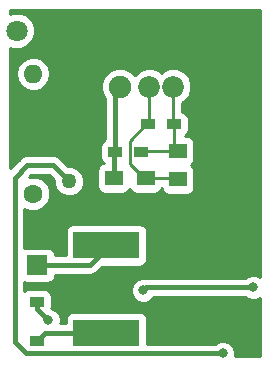
<source format=gbr>
G04 #@! TF.GenerationSoftware,KiCad,Pcbnew,(5.0.0-3-g5ebb6b6)*
G04 #@! TF.CreationDate,2018-09-18T17:23:57-07:00*
G04 #@! TF.ProjectId,phone_charger,70686F6E655F636861726765722E6B69,rev?*
G04 #@! TF.SameCoordinates,Original*
G04 #@! TF.FileFunction,Copper,L2,Bot,Signal*
G04 #@! TF.FilePolarity,Positive*
%FSLAX46Y46*%
G04 Gerber Fmt 4.6, Leading zero omitted, Abs format (unit mm)*
G04 Created by KiCad (PCBNEW (5.0.0-3-g5ebb6b6)) date Tuesday, September 18, 2018 at 05:23:57 PM*
%MOMM*%
%LPD*%
G01*
G04 APERTURE LIST*
G04 #@! TA.AperFunction,ComponentPad*
%ADD10O,1.700000X1.700000*%
G04 #@! TD*
G04 #@! TA.AperFunction,ComponentPad*
%ADD11R,1.700000X1.700000*%
G04 #@! TD*
G04 #@! TA.AperFunction,ComponentPad*
%ADD12C,1.600000*%
G04 #@! TD*
G04 #@! TA.AperFunction,ComponentPad*
%ADD13O,1.600000X1.600000*%
G04 #@! TD*
G04 #@! TA.AperFunction,SMDPad,CuDef*
%ADD14R,1.200000X0.900000*%
G04 #@! TD*
G04 #@! TA.AperFunction,ComponentPad*
%ADD15C,1.900000*%
G04 #@! TD*
G04 #@! TA.AperFunction,ComponentPad*
%ADD16C,1.840000*%
G04 #@! TD*
G04 #@! TA.AperFunction,ComponentPad*
%ADD17C,3.300000*%
G04 #@! TD*
G04 #@! TA.AperFunction,SMDPad,CuDef*
%ADD18R,5.600000X2.300000*%
G04 #@! TD*
G04 #@! TA.AperFunction,ComponentPad*
%ADD19R,1.800000X1.800000*%
G04 #@! TD*
G04 #@! TA.AperFunction,ComponentPad*
%ADD20C,1.800000*%
G04 #@! TD*
G04 #@! TA.AperFunction,SMDPad,CuDef*
%ADD21R,1.500000X1.300000*%
G04 #@! TD*
G04 #@! TA.AperFunction,ViaPad*
%ADD22C,1.270000*%
G04 #@! TD*
G04 #@! TA.AperFunction,ViaPad*
%ADD23C,0.812800*%
G04 #@! TD*
G04 #@! TA.AperFunction,Conductor*
%ADD24C,0.381000*%
G04 #@! TD*
G04 #@! TA.AperFunction,Conductor*
%ADD25C,0.254000*%
G04 #@! TD*
G04 APERTURE END LIST*
D10*
G04 #@! TO.P,J1,2*
G04 #@! TO.N,EPAD*
X90525600Y-73456800D03*
D11*
G04 #@! TO.P,J1,1*
G04 #@! TO.N,Net-(F1-Pad2)*
X90525600Y-75996800D03*
G04 #@! TD*
D12*
G04 #@! TO.P,R1,1*
G04 #@! TO.N,VBUS*
X90170000Y-69951600D03*
D13*
G04 #@! TO.P,R1,2*
G04 #@! TO.N,Net-(D1-Pad2)*
X90170000Y-59791600D03*
G04 #@! TD*
D14*
G04 #@! TO.P,D2,1*
G04 #@! TO.N,/reg_in*
X90474800Y-79097600D03*
G04 #@! TO.P,D2,2*
G04 #@! TO.N,Net-(D2-Pad2)*
X90474800Y-82397600D03*
G04 #@! TD*
D15*
G04 #@! TO.P,J2,4*
G04 #@! TO.N,EPAD*
X104507200Y-60876000D03*
D16*
G04 #@! TO.P,J2,3*
G04 #@! TO.N,/D+*
X102007200Y-60866000D03*
G04 #@! TO.P,J2,2*
G04 #@! TO.N,/D-*
X100007200Y-60891000D03*
D15*
G04 #@! TO.P,J2,1*
G04 #@! TO.N,VBUS*
X97507200Y-60876000D03*
D17*
G04 #@! TO.P,J2,SH*
G04 #@! TO.N,EPAD*
X107577200Y-58166000D03*
X94437200Y-58166000D03*
G04 #@! TD*
D18*
G04 #@! TO.P,F1,1*
G04 #@! TO.N,Net-(D2-Pad2)*
X96367600Y-81720400D03*
G04 #@! TO.P,F1,2*
G04 #@! TO.N,Net-(F1-Pad2)*
X96367600Y-74320400D03*
G04 #@! TD*
D19*
G04 #@! TO.P,D1,1*
G04 #@! TO.N,EPAD*
X91338400Y-56134000D03*
D20*
G04 #@! TO.P,D1,2*
G04 #@! TO.N,Net-(D1-Pad2)*
X88798400Y-56134000D03*
G04 #@! TD*
D14*
G04 #@! TO.P,R7,1*
G04 #@! TO.N,/D-*
X99872800Y-64058800D03*
G04 #@! TO.P,R7,2*
G04 #@! TO.N,/D+*
X102072800Y-64058800D03*
G04 #@! TD*
G04 #@! TO.P,R5,1*
G04 #@! TO.N,VBUS*
X97114000Y-66395600D03*
G04 #@! TO.P,R5,2*
G04 #@! TO.N,/D+*
X99314000Y-66395600D03*
G04 #@! TD*
D21*
G04 #@! TO.P,R6,1*
G04 #@! TO.N,/D+*
X102412800Y-66344800D03*
G04 #@! TO.P,R6,2*
G04 #@! TO.N,EPAD*
X105112800Y-66344800D03*
G04 #@! TD*
G04 #@! TO.P,R4,1*
G04 #@! TO.N,/D-*
X102412800Y-68732400D03*
G04 #@! TO.P,R4,2*
G04 #@! TO.N,EPAD*
X105112800Y-68732400D03*
G04 #@! TD*
G04 #@! TO.P,R3,1*
G04 #@! TO.N,VBUS*
X96977200Y-68630800D03*
G04 #@! TO.P,R3,2*
G04 #@! TO.N,/D-*
X99677200Y-68630800D03*
G04 #@! TD*
D22*
G04 #@! TO.N,VBUS*
X93218000Y-68884800D03*
D23*
X106222802Y-83464400D03*
G04 #@! TO.N,/reg_in*
X91440000Y-80670400D03*
G04 #@! TO.N,Net-(C2-Pad1)*
X108813600Y-77876400D03*
X99498648Y-78123551D03*
G04 #@! TD*
D24*
G04 #@! TO.N,VBUS*
X96977200Y-66532400D02*
X97114000Y-66395600D01*
X96977200Y-68630800D02*
X96977200Y-66532400D01*
X97114000Y-61269200D02*
X97507200Y-60876000D01*
X97114000Y-66395600D02*
X97114000Y-61269200D01*
X105648066Y-83464400D02*
X106222802Y-83464400D01*
X89560400Y-83464400D02*
X105648066Y-83464400D01*
X88595200Y-82499200D02*
X89560400Y-83464400D01*
X93218000Y-68884800D02*
X91846400Y-67513200D01*
X88595200Y-68580000D02*
X88595200Y-82499200D01*
X89662000Y-67513200D02*
X88595200Y-68580000D01*
X91846400Y-67513200D02*
X89662000Y-67513200D01*
D25*
G04 #@! TO.N,/D-*
X100007200Y-63924400D02*
X99872800Y-64058800D01*
X100007200Y-60891000D02*
X100007200Y-63924400D01*
X98332999Y-67386599D02*
X99577200Y-68630800D01*
X99577200Y-68630800D02*
X99677200Y-68630800D01*
X98332999Y-65448601D02*
X98332999Y-67386599D01*
X99722800Y-64058800D02*
X98332999Y-65448601D01*
X99872800Y-64058800D02*
X99722800Y-64058800D01*
X102311200Y-68630800D02*
X102412800Y-68732400D01*
X99677200Y-68630800D02*
X102311200Y-68630800D01*
G04 #@! TO.N,/D+*
X102007200Y-63993200D02*
X102072800Y-64058800D01*
X102007200Y-60866000D02*
X102007200Y-63993200D01*
X102072800Y-66004800D02*
X102412800Y-66344800D01*
X102072800Y-64058800D02*
X102072800Y-66004800D01*
X99364800Y-66344800D02*
X99314000Y-66395600D01*
X102412800Y-66344800D02*
X99364800Y-66344800D01*
D24*
G04 #@! TO.N,/reg_in*
X90474800Y-79705200D02*
X91440000Y-80670400D01*
X90474800Y-79097600D02*
X90474800Y-79705200D01*
G04 #@! TO.N,Net-(F1-Pad2)*
X94945200Y-75996800D02*
X96367600Y-74574400D01*
X96367600Y-74574400D02*
X96367600Y-74320400D01*
X90525600Y-75996800D02*
X94945200Y-75996800D01*
G04 #@! TO.N,Net-(C2-Pad1)*
X99745799Y-77876400D02*
X99498648Y-78123551D01*
X108813600Y-77876400D02*
X99745799Y-77876400D01*
G04 #@! TO.N,Net-(D2-Pad2)*
X91152000Y-81720400D02*
X90474800Y-82397600D01*
X96367600Y-81720400D02*
X91152000Y-81720400D01*
G04 #@! TD*
D25*
G04 #@! TO.N,EPAD*
G36*
X109373601Y-76981157D02*
X109020747Y-76835000D01*
X108606453Y-76835000D01*
X108223694Y-76993544D01*
X108166338Y-77050900D01*
X99827096Y-77050900D01*
X99745798Y-77034729D01*
X99664501Y-77050900D01*
X99664496Y-77050900D01*
X99507386Y-77082151D01*
X99291501Y-77082151D01*
X98908742Y-77240695D01*
X98615792Y-77533645D01*
X98457248Y-77916404D01*
X98457248Y-78330698D01*
X98615792Y-78713457D01*
X98908742Y-79006407D01*
X99291501Y-79164951D01*
X99705795Y-79164951D01*
X100088554Y-79006407D01*
X100381504Y-78713457D01*
X100386291Y-78701900D01*
X108166338Y-78701900D01*
X108223694Y-78759256D01*
X108606453Y-78917800D01*
X109020747Y-78917800D01*
X109373601Y-78771643D01*
X109373601Y-83719600D01*
X107244298Y-83719600D01*
X107264202Y-83671547D01*
X107264202Y-83257253D01*
X107105658Y-82874494D01*
X106812708Y-82581544D01*
X106429949Y-82423000D01*
X106015655Y-82423000D01*
X105632896Y-82581544D01*
X105575540Y-82638900D01*
X99815040Y-82638900D01*
X99815040Y-80570400D01*
X99765757Y-80322635D01*
X99625409Y-80112591D01*
X99415365Y-79972243D01*
X99167600Y-79922960D01*
X93567600Y-79922960D01*
X93319835Y-79972243D01*
X93109791Y-80112591D01*
X92969443Y-80322635D01*
X92920160Y-80570400D01*
X92920160Y-80894900D01*
X92474212Y-80894900D01*
X92481400Y-80877547D01*
X92481400Y-80463253D01*
X92322856Y-80080494D01*
X92029906Y-79787544D01*
X91701565Y-79651541D01*
X91722240Y-79547600D01*
X91722240Y-78647600D01*
X91672957Y-78399835D01*
X91532609Y-78189791D01*
X91322565Y-78049443D01*
X91074800Y-78000160D01*
X89874800Y-78000160D01*
X89627035Y-78049443D01*
X89420700Y-78187313D01*
X89420700Y-77440190D01*
X89427835Y-77444957D01*
X89675600Y-77494240D01*
X91375600Y-77494240D01*
X91623365Y-77444957D01*
X91833409Y-77304609D01*
X91973757Y-77094565D01*
X92023040Y-76846800D01*
X92023040Y-76822300D01*
X94863899Y-76822300D01*
X94945200Y-76838472D01*
X95026501Y-76822300D01*
X95026503Y-76822300D01*
X95267294Y-76774404D01*
X95540352Y-76591952D01*
X95586409Y-76523023D01*
X95991593Y-76117840D01*
X99167600Y-76117840D01*
X99415365Y-76068557D01*
X99625409Y-75928209D01*
X99765757Y-75718165D01*
X99815040Y-75470400D01*
X99815040Y-73170400D01*
X99765757Y-72922635D01*
X99625409Y-72712591D01*
X99415365Y-72572243D01*
X99167600Y-72522960D01*
X93567600Y-72522960D01*
X93319835Y-72572243D01*
X93109791Y-72712591D01*
X92969443Y-72922635D01*
X92920160Y-73170400D01*
X92920160Y-75171300D01*
X92023040Y-75171300D01*
X92023040Y-75146800D01*
X91973757Y-74899035D01*
X91833409Y-74688991D01*
X91623365Y-74548643D01*
X91375600Y-74499360D01*
X89675600Y-74499360D01*
X89427835Y-74548643D01*
X89420700Y-74553410D01*
X89420700Y-71194462D01*
X89884561Y-71386600D01*
X90455439Y-71386600D01*
X90982862Y-71168134D01*
X91386534Y-70764462D01*
X91605000Y-70237039D01*
X91605000Y-69666161D01*
X91386534Y-69138738D01*
X90982862Y-68735066D01*
X90455439Y-68516600D01*
X89884561Y-68516600D01*
X89784647Y-68557986D01*
X90003933Y-68338700D01*
X91504468Y-68338700D01*
X91948000Y-68782232D01*
X91948000Y-69137419D01*
X92141346Y-69604197D01*
X92498603Y-69961454D01*
X92965381Y-70154800D01*
X93470619Y-70154800D01*
X93937397Y-69961454D01*
X94294654Y-69604197D01*
X94488000Y-69137419D01*
X94488000Y-68632181D01*
X94294654Y-68165403D01*
X94110051Y-67980800D01*
X95579760Y-67980800D01*
X95579760Y-69280800D01*
X95629043Y-69528565D01*
X95769391Y-69738609D01*
X95979435Y-69878957D01*
X96227200Y-69928240D01*
X97727200Y-69928240D01*
X97974965Y-69878957D01*
X98185009Y-69738609D01*
X98325357Y-69528565D01*
X98327200Y-69519300D01*
X98329043Y-69528565D01*
X98469391Y-69738609D01*
X98679435Y-69878957D01*
X98927200Y-69928240D01*
X100427200Y-69928240D01*
X100674965Y-69878957D01*
X100885009Y-69738609D01*
X101025357Y-69528565D01*
X101034895Y-69480612D01*
X101064643Y-69630165D01*
X101204991Y-69840209D01*
X101415035Y-69980557D01*
X101662800Y-70029840D01*
X103162800Y-70029840D01*
X103410565Y-69980557D01*
X103620609Y-69840209D01*
X103760957Y-69630165D01*
X103810240Y-69382400D01*
X103810240Y-68082400D01*
X103760957Y-67834635D01*
X103620609Y-67624591D01*
X103491915Y-67538600D01*
X103620609Y-67452609D01*
X103760957Y-67242565D01*
X103810240Y-66994800D01*
X103810240Y-65694800D01*
X103760957Y-65447035D01*
X103620609Y-65236991D01*
X103410565Y-65096643D01*
X103162800Y-65047360D01*
X103009758Y-65047360D01*
X103130609Y-64966609D01*
X103270957Y-64756565D01*
X103320240Y-64508800D01*
X103320240Y-63608800D01*
X103270957Y-63361035D01*
X103130609Y-63150991D01*
X102920565Y-63010643D01*
X102769200Y-62980535D01*
X102769200Y-62233489D01*
X102888037Y-62184265D01*
X103325465Y-61746837D01*
X103562200Y-61175309D01*
X103562200Y-60556691D01*
X103325465Y-59985163D01*
X102888037Y-59547735D01*
X102316509Y-59311000D01*
X101697891Y-59311000D01*
X101126363Y-59547735D01*
X100994700Y-59679398D01*
X100888037Y-59572735D01*
X100316509Y-59336000D01*
X99697891Y-59336000D01*
X99126363Y-59572735D01*
X98785913Y-59913185D01*
X98405030Y-59532302D01*
X97822476Y-59291000D01*
X97191924Y-59291000D01*
X96609370Y-59532302D01*
X96163502Y-59978170D01*
X95922200Y-60560724D01*
X95922200Y-61191276D01*
X96163502Y-61773830D01*
X96288501Y-61898829D01*
X96288500Y-65343014D01*
X96266235Y-65347443D01*
X96056191Y-65487791D01*
X95915843Y-65697835D01*
X95866560Y-65945600D01*
X95866560Y-66845600D01*
X95915843Y-67093365D01*
X96056191Y-67303409D01*
X96129962Y-67352702D01*
X95979435Y-67382643D01*
X95769391Y-67522991D01*
X95629043Y-67733035D01*
X95579760Y-67980800D01*
X94110051Y-67980800D01*
X93937397Y-67808146D01*
X93470619Y-67614800D01*
X93115432Y-67614800D01*
X92487609Y-66986977D01*
X92441552Y-66918048D01*
X92168494Y-66735596D01*
X91927703Y-66687700D01*
X91927701Y-66687700D01*
X91846400Y-66671528D01*
X91765099Y-66687700D01*
X89743301Y-66687700D01*
X89661999Y-66671528D01*
X89580698Y-66687700D01*
X89580697Y-66687700D01*
X89339906Y-66735596D01*
X89066848Y-66918048D01*
X89020793Y-66986974D01*
X88238400Y-67769368D01*
X88238400Y-59791600D01*
X88706887Y-59791600D01*
X88818260Y-60351509D01*
X89135423Y-60826177D01*
X89610091Y-61143340D01*
X90028667Y-61226600D01*
X90311333Y-61226600D01*
X90729909Y-61143340D01*
X91204577Y-60826177D01*
X91521740Y-60351509D01*
X91633113Y-59791600D01*
X91521740Y-59231691D01*
X91204577Y-58757023D01*
X90729909Y-58439860D01*
X90311333Y-58356600D01*
X90028667Y-58356600D01*
X89610091Y-58439860D01*
X89135423Y-58757023D01*
X88818260Y-59231691D01*
X88706887Y-59791600D01*
X88238400Y-59791600D01*
X88238400Y-57563512D01*
X88493070Y-57669000D01*
X89103730Y-57669000D01*
X89667907Y-57435310D01*
X90099710Y-57003507D01*
X90333400Y-56439330D01*
X90333400Y-55828670D01*
X90099710Y-55264493D01*
X89667907Y-54832690D01*
X89103730Y-54599000D01*
X88493070Y-54599000D01*
X88238400Y-54704488D01*
X88238400Y-54354800D01*
X109373600Y-54354800D01*
X109373601Y-76981157D01*
X109373601Y-76981157D01*
G37*
X109373601Y-76981157D02*
X109020747Y-76835000D01*
X108606453Y-76835000D01*
X108223694Y-76993544D01*
X108166338Y-77050900D01*
X99827096Y-77050900D01*
X99745798Y-77034729D01*
X99664501Y-77050900D01*
X99664496Y-77050900D01*
X99507386Y-77082151D01*
X99291501Y-77082151D01*
X98908742Y-77240695D01*
X98615792Y-77533645D01*
X98457248Y-77916404D01*
X98457248Y-78330698D01*
X98615792Y-78713457D01*
X98908742Y-79006407D01*
X99291501Y-79164951D01*
X99705795Y-79164951D01*
X100088554Y-79006407D01*
X100381504Y-78713457D01*
X100386291Y-78701900D01*
X108166338Y-78701900D01*
X108223694Y-78759256D01*
X108606453Y-78917800D01*
X109020747Y-78917800D01*
X109373601Y-78771643D01*
X109373601Y-83719600D01*
X107244298Y-83719600D01*
X107264202Y-83671547D01*
X107264202Y-83257253D01*
X107105658Y-82874494D01*
X106812708Y-82581544D01*
X106429949Y-82423000D01*
X106015655Y-82423000D01*
X105632896Y-82581544D01*
X105575540Y-82638900D01*
X99815040Y-82638900D01*
X99815040Y-80570400D01*
X99765757Y-80322635D01*
X99625409Y-80112591D01*
X99415365Y-79972243D01*
X99167600Y-79922960D01*
X93567600Y-79922960D01*
X93319835Y-79972243D01*
X93109791Y-80112591D01*
X92969443Y-80322635D01*
X92920160Y-80570400D01*
X92920160Y-80894900D01*
X92474212Y-80894900D01*
X92481400Y-80877547D01*
X92481400Y-80463253D01*
X92322856Y-80080494D01*
X92029906Y-79787544D01*
X91701565Y-79651541D01*
X91722240Y-79547600D01*
X91722240Y-78647600D01*
X91672957Y-78399835D01*
X91532609Y-78189791D01*
X91322565Y-78049443D01*
X91074800Y-78000160D01*
X89874800Y-78000160D01*
X89627035Y-78049443D01*
X89420700Y-78187313D01*
X89420700Y-77440190D01*
X89427835Y-77444957D01*
X89675600Y-77494240D01*
X91375600Y-77494240D01*
X91623365Y-77444957D01*
X91833409Y-77304609D01*
X91973757Y-77094565D01*
X92023040Y-76846800D01*
X92023040Y-76822300D01*
X94863899Y-76822300D01*
X94945200Y-76838472D01*
X95026501Y-76822300D01*
X95026503Y-76822300D01*
X95267294Y-76774404D01*
X95540352Y-76591952D01*
X95586409Y-76523023D01*
X95991593Y-76117840D01*
X99167600Y-76117840D01*
X99415365Y-76068557D01*
X99625409Y-75928209D01*
X99765757Y-75718165D01*
X99815040Y-75470400D01*
X99815040Y-73170400D01*
X99765757Y-72922635D01*
X99625409Y-72712591D01*
X99415365Y-72572243D01*
X99167600Y-72522960D01*
X93567600Y-72522960D01*
X93319835Y-72572243D01*
X93109791Y-72712591D01*
X92969443Y-72922635D01*
X92920160Y-73170400D01*
X92920160Y-75171300D01*
X92023040Y-75171300D01*
X92023040Y-75146800D01*
X91973757Y-74899035D01*
X91833409Y-74688991D01*
X91623365Y-74548643D01*
X91375600Y-74499360D01*
X89675600Y-74499360D01*
X89427835Y-74548643D01*
X89420700Y-74553410D01*
X89420700Y-71194462D01*
X89884561Y-71386600D01*
X90455439Y-71386600D01*
X90982862Y-71168134D01*
X91386534Y-70764462D01*
X91605000Y-70237039D01*
X91605000Y-69666161D01*
X91386534Y-69138738D01*
X90982862Y-68735066D01*
X90455439Y-68516600D01*
X89884561Y-68516600D01*
X89784647Y-68557986D01*
X90003933Y-68338700D01*
X91504468Y-68338700D01*
X91948000Y-68782232D01*
X91948000Y-69137419D01*
X92141346Y-69604197D01*
X92498603Y-69961454D01*
X92965381Y-70154800D01*
X93470619Y-70154800D01*
X93937397Y-69961454D01*
X94294654Y-69604197D01*
X94488000Y-69137419D01*
X94488000Y-68632181D01*
X94294654Y-68165403D01*
X94110051Y-67980800D01*
X95579760Y-67980800D01*
X95579760Y-69280800D01*
X95629043Y-69528565D01*
X95769391Y-69738609D01*
X95979435Y-69878957D01*
X96227200Y-69928240D01*
X97727200Y-69928240D01*
X97974965Y-69878957D01*
X98185009Y-69738609D01*
X98325357Y-69528565D01*
X98327200Y-69519300D01*
X98329043Y-69528565D01*
X98469391Y-69738609D01*
X98679435Y-69878957D01*
X98927200Y-69928240D01*
X100427200Y-69928240D01*
X100674965Y-69878957D01*
X100885009Y-69738609D01*
X101025357Y-69528565D01*
X101034895Y-69480612D01*
X101064643Y-69630165D01*
X101204991Y-69840209D01*
X101415035Y-69980557D01*
X101662800Y-70029840D01*
X103162800Y-70029840D01*
X103410565Y-69980557D01*
X103620609Y-69840209D01*
X103760957Y-69630165D01*
X103810240Y-69382400D01*
X103810240Y-68082400D01*
X103760957Y-67834635D01*
X103620609Y-67624591D01*
X103491915Y-67538600D01*
X103620609Y-67452609D01*
X103760957Y-67242565D01*
X103810240Y-66994800D01*
X103810240Y-65694800D01*
X103760957Y-65447035D01*
X103620609Y-65236991D01*
X103410565Y-65096643D01*
X103162800Y-65047360D01*
X103009758Y-65047360D01*
X103130609Y-64966609D01*
X103270957Y-64756565D01*
X103320240Y-64508800D01*
X103320240Y-63608800D01*
X103270957Y-63361035D01*
X103130609Y-63150991D01*
X102920565Y-63010643D01*
X102769200Y-62980535D01*
X102769200Y-62233489D01*
X102888037Y-62184265D01*
X103325465Y-61746837D01*
X103562200Y-61175309D01*
X103562200Y-60556691D01*
X103325465Y-59985163D01*
X102888037Y-59547735D01*
X102316509Y-59311000D01*
X101697891Y-59311000D01*
X101126363Y-59547735D01*
X100994700Y-59679398D01*
X100888037Y-59572735D01*
X100316509Y-59336000D01*
X99697891Y-59336000D01*
X99126363Y-59572735D01*
X98785913Y-59913185D01*
X98405030Y-59532302D01*
X97822476Y-59291000D01*
X97191924Y-59291000D01*
X96609370Y-59532302D01*
X96163502Y-59978170D01*
X95922200Y-60560724D01*
X95922200Y-61191276D01*
X96163502Y-61773830D01*
X96288501Y-61898829D01*
X96288500Y-65343014D01*
X96266235Y-65347443D01*
X96056191Y-65487791D01*
X95915843Y-65697835D01*
X95866560Y-65945600D01*
X95866560Y-66845600D01*
X95915843Y-67093365D01*
X96056191Y-67303409D01*
X96129962Y-67352702D01*
X95979435Y-67382643D01*
X95769391Y-67522991D01*
X95629043Y-67733035D01*
X95579760Y-67980800D01*
X94110051Y-67980800D01*
X93937397Y-67808146D01*
X93470619Y-67614800D01*
X93115432Y-67614800D01*
X92487609Y-66986977D01*
X92441552Y-66918048D01*
X92168494Y-66735596D01*
X91927703Y-66687700D01*
X91927701Y-66687700D01*
X91846400Y-66671528D01*
X91765099Y-66687700D01*
X89743301Y-66687700D01*
X89661999Y-66671528D01*
X89580698Y-66687700D01*
X89580697Y-66687700D01*
X89339906Y-66735596D01*
X89066848Y-66918048D01*
X89020793Y-66986974D01*
X88238400Y-67769368D01*
X88238400Y-59791600D01*
X88706887Y-59791600D01*
X88818260Y-60351509D01*
X89135423Y-60826177D01*
X89610091Y-61143340D01*
X90028667Y-61226600D01*
X90311333Y-61226600D01*
X90729909Y-61143340D01*
X91204577Y-60826177D01*
X91521740Y-60351509D01*
X91633113Y-59791600D01*
X91521740Y-59231691D01*
X91204577Y-58757023D01*
X90729909Y-58439860D01*
X90311333Y-58356600D01*
X90028667Y-58356600D01*
X89610091Y-58439860D01*
X89135423Y-58757023D01*
X88818260Y-59231691D01*
X88706887Y-59791600D01*
X88238400Y-59791600D01*
X88238400Y-57563512D01*
X88493070Y-57669000D01*
X89103730Y-57669000D01*
X89667907Y-57435310D01*
X90099710Y-57003507D01*
X90333400Y-56439330D01*
X90333400Y-55828670D01*
X90099710Y-55264493D01*
X89667907Y-54832690D01*
X89103730Y-54599000D01*
X88493070Y-54599000D01*
X88238400Y-54704488D01*
X88238400Y-54354800D01*
X109373600Y-54354800D01*
X109373601Y-76981157D01*
G04 #@! TD*
M02*

</source>
